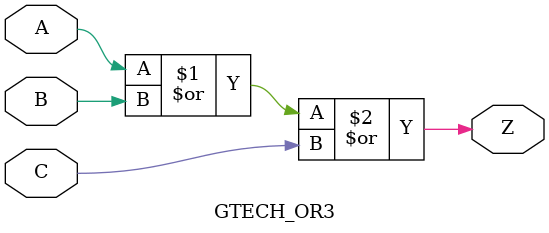
<source format=v>



module GTECH_OR3 (A, B, C, Z);  
	input A, B, C;
	output Z;

	assign Z = A | B | C;
endmodule




</source>
